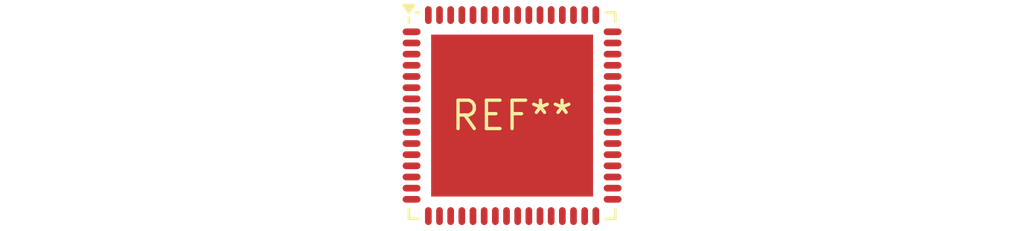
<source format=kicad_pcb>
(kicad_pcb (version 20240108) (generator pcbnew)
  (layers (0 "F.Cu" signal) (31 "B.Cu" signal) (34 "B.Paste" user) (35 "F.Paste" user) (36 "B.SilkS" user "B.Silkscreen") (37 "F.SilkS" user "F.Silkscreen") (38 "B.Mask" user) (39 "F.Mask" user) (44 "Edge.Cuts" user))
  (net 0 "")
  (footprint "QFN-64-1EP_9x9mm_P0.5mm_EP7.25x7.25mm" (layer "F.Cu") (at 0 0)
    (property "Reference" "REF**")
    (property "Value" "QFN-64-1EP_9x9mm_P0.5mm_EP7.25x7.25mm")
    (fp_line (start -4.62 -4.16) (end -4.62 -4.38) (layer "F.SilkS") (stroke (width 0.12)))
    (fp_line (start -4.62 4.62) (end -4.62 4.2) (layer "F.SilkS") (stroke (width 0.12)))
    (fp_line (start -4.62 4.62) (end -4.2 4.62) (layer "F.SilkS") (stroke (width 0.12)))
    (fp_line (start -4.16 -4.62) (end -4.32 -4.62) (layer "F.SilkS") (stroke (width 0.12)))
    (fp_line (start 4.62 -4.62) (end 4.2 -4.62) (layer "F.SilkS") (stroke (width 0.12)))
    (fp_line (start 4.62 -4.62) (end 4.62 -4.2) (layer "F.SilkS") (stroke (width 0.12)))
    (fp_line (start 4.62 4.62) (end 4.2 4.62) (layer "F.SilkS") (stroke (width 0.12)))
    (fp_line (start 4.62 4.62) (end 4.62 4.2) (layer "F.SilkS") (stroke (width 0.12)))
    (fp_poly (pts (xy -4.62 -4.62) (xy -4.86 -4.95) (xy -4.38 -4.95) (xy -4.62 -4.62)) (layer "F.SilkS") (stroke (width 0.12)) (fill solid))
    (pad "1" smd oval (at -4.5 -3.75) (size 0.8 0.3) (layers "F.Cu" "F.Paste" "F.Mask"))
    (pad "2" smd oval (at -4.5 -3.25) (size 0.8 0.3) (layers "F.Cu" "F.Paste" "F.Mask"))
    (pad "3" smd oval (at -4.5 -2.75) (size 0.8 0.3) (layers "F.Cu" "F.Paste" "F.Mask"))
    (pad "4" smd oval (at -4.5 -2.25) (size 0.8 0.3) (layers "F.Cu" "F.Paste" "F.Mask"))
    (pad "5" smd oval (at -4.5 -1.75) (size 0.8 0.3) (layers "F.Cu" "F.Paste" "F.Mask"))
    (pad "6" smd oval (at -4.5 -1.25) (size 0.8 0.3) (layers "F.Cu" "F.Paste" "F.Mask"))
    (pad "7" smd oval (at -4.5 -0.75) (size 0.8 0.3) (layers "F.Cu" "F.Paste" "F.Mask"))
    (pad "8" smd oval (at -4.5 -0.25) (size 0.8 0.3) (layers "F.Cu" "F.Paste" "F.Mask"))
    (pad "9" smd oval (at -4.5 0.25) (size 0.8 0.3) (layers "F.Cu" "F.Paste" "F.Mask"))
    (pad "10" smd oval (at -4.5 0.75) (size 0.8 0.3) (layers "F.Cu" "F.Paste" "F.Mask"))
    (pad "11" smd oval (at -4.5 1.25) (size 0.8 0.3) (layers "F.Cu" "F.Paste" "F.Mask"))
    (pad "12" smd oval (at -4.5 1.75) (size 0.8 0.3) (layers "F.Cu" "F.Paste" "F.Mask"))
    (pad "13" smd oval (at -4.5 2.25) (size 0.8 0.3) (layers "F.Cu" "F.Paste" "F.Mask"))
    (pad "14" smd oval (at -4.5 2.75) (size 0.8 0.3) (layers "F.Cu" "F.Paste" "F.Mask"))
    (pad "15" smd oval (at -4.5 3.25) (size 0.8 0.3) (layers "F.Cu" "F.Paste" "F.Mask"))
    (pad "16" smd oval (at -4.5 3.75) (size 0.8 0.3) (layers "F.Cu" "F.Paste" "F.Mask"))
    (pad "17" smd oval (at -3.75 4.5 90) (size 0.8 0.3) (layers "F.Cu" "F.Paste" "F.Mask"))
    (pad "18" smd oval (at -3.25 4.5 90) (size 0.8 0.3) (layers "F.Cu" "F.Paste" "F.Mask"))
    (pad "19" smd oval (at -2.75 4.5 90) (size 0.8 0.3) (layers "F.Cu" "F.Paste" "F.Mask"))
    (pad "20" smd oval (at -2.25 4.5 90) (size 0.8 0.3) (layers "F.Cu" "F.Paste" "F.Mask"))
    (pad "21" smd oval (at -1.75 4.5 90) (size 0.8 0.3) (layers "F.Cu" "F.Paste" "F.Mask"))
    (pad "22" smd oval (at -1.25 4.5 90) (size 0.8 0.3) (layers "F.Cu" "F.Paste" "F.Mask"))
    (pad "23" smd oval (at -0.75 4.5 90) (size 0.8 0.3) (layers "F.Cu" "F.Paste" "F.Mask"))
    (pad "24" smd oval (at -0.25 4.5 90) (size 0.8 0.3) (layers "F.Cu" "F.Paste" "F.Mask"))
    (pad "25" smd oval (at 0.25 4.5 90) (size 0.8 0.3) (layers "F.Cu" "F.Paste" "F.Mask"))
    (pad "26" smd oval (at 0.75 4.5 90) (size 0.8 0.3) (layers "F.Cu" "F.Paste" "F.Mask"))
    (pad "27" smd oval (at 1.25 4.5 90) (size 0.8 0.3) (layers "F.Cu" "F.Paste" "F.Mask"))
    (pad "28" smd oval (at 1.75 4.5 90) (size 0.8 0.3) (layers "F.Cu" "F.Paste" "F.Mask"))
    (pad "29" smd oval (at 2.25 4.5 90) (size 0.8 0.3) (layers "F.Cu" "F.Paste" "F.Mask"))
    (pad "30" smd oval (at 2.75 4.5 90) (size 0.8 0.3) (layers "F.Cu" "F.Paste" "F.Mask"))
    (pad "31" smd oval (at 3.25 4.5 90) (size 0.8 0.3) (layers "F.Cu" "F.Paste" "F.Mask"))
    (pad "32" smd oval (at 3.75 4.5 90) (size 0.8 0.3) (layers "F.Cu" "F.Paste" "F.Mask"))
    (pad "33" smd oval (at 4.5 3.75) (size 0.8 0.3) (layers "F.Cu" "F.Paste" "F.Mask"))
    (pad "34" smd oval (at 4.5 3.25) (size 0.8 0.3) (layers "F.Cu" "F.Paste" "F.Mask"))
    (pad "35" smd oval (at 4.5 2.75) (size 0.8 0.3) (layers "F.Cu" "F.Paste" "F.Mask"))
    (pad "36" smd oval (at 4.5 2.25) (size 0.8 0.3) (layers "F.Cu" "F.Paste" "F.Mask"))
    (pad "37" smd oval (at 4.5 1.75) (size 0.8 0.3) (layers "F.Cu" "F.Paste" "F.Mask"))
    (pad "38" smd oval (at 4.5 1.25) (size 0.8 0.3) (layers "F.Cu" "F.Paste" "F.Mask"))
    (pad "39" smd oval (at 4.5 0.75) (size 0.8 0.3) (layers "F.Cu" "F.Paste" "F.Mask"))
    (pad "40" smd oval (at 4.5 0.25) (size 0.8 0.3) (layers "F.Cu" "F.Paste" "F.Mask"))
    (pad "41" smd oval (at 4.5 -0.25) (size 0.8 0.3) (layers "F.Cu" "F.Paste" "F.Mask"))
    (pad "42" smd oval (at 4.5 -0.75) (size 0.8 0.3) (layers "F.Cu" "F.Paste" "F.Mask"))
    (pad "43" smd oval (at 4.5 -1.25) (size 0.8 0.3) (layers "F.Cu" "F.Paste" "F.Mask"))
    (pad "44" smd oval (at 4.5 -1.75) (size 0.8 0.3) (layers "F.Cu" "F.Paste" "F.Mask"))
    (pad "45" smd oval (at 4.5 -2.25) (size 0.8 0.3) (layers "F.Cu" "F.Paste" "F.Mask"))
    (pad "46" smd oval (at 4.5 -2.75) (size 0.8 0.3) (layers "F.Cu" "F.Paste" "F.Mask"))
    (pad "47" smd oval (at 4.5 -3.25) (size 0.8 0.3) (layers "F.Cu" "F.Paste" "F.Mask"))
    (pad "48" smd oval (at 4.5 -3.75) (size 0.8 0.3) (layers "F.Cu" "F.Paste" "F.Mask"))
    (pad "49" smd oval (at 3.75 -4.5 90) (size 0.8 0.3) (layers "F.Cu" "F.Paste" "F.Mask"))
    (pad "50" smd oval (at 3.25 -4.5 90) (size 0.8 0.3) (layers "F.Cu" "F.Paste" "F.Mask"))
    (pad "51" smd oval (at 2.75 -4.5 90) (size 0.8 0.3) (layers "F.Cu" "F.Paste" "F.Mask"))
    (pad "52" smd oval (at 2.25 -4.5 90) (size 0.8 0.3) (layers "F.Cu" "F.Paste" "F.Mask"))
    (pad "53" smd oval (at 1.75 -4.5 90) (size 0.8 0.3) (layers "F.Cu" "F.Paste" "F.Mask"))
    (pad "54" smd oval (at 1.25 -4.5 90) (size 0.8 0.3) (layers "F.Cu" "F.Paste" "F.Mask"))
    (pad "55" smd oval (at 0.75 -4.5 90) (size 0.8 0.3) (layers "F.Cu" "F.Paste" "F.Mask"))
    (pad "56" smd oval (at 0.25 -4.5 90) (size 0.8 0.3) (layers "F.Cu" "F.Paste" "F.Mask"))
    (pad "57" smd oval (at -0.25 -4.5 90) (size 0.8 0.3) (layers "F.Cu" "F.Paste" "F.Mask"))
    (pad "58" smd oval (at -0.75 -4.5 90) (size 0.8 0.3) (layers "F.Cu" "F.Paste" "F.Mask"))
    (pad "59" smd oval (at -1.25 -4.5 90) (size 0.8 0.3) (layers "F.Cu" "F.Paste" "F.Mask"))
    (pad "60" smd oval (at -1.75 -4.5 90) (size 0.8 0.3) (layers "F.Cu" "F.Paste" "F.Mask"))
    (pad "61" smd oval (at -2.25 -4.5 90) (size 0.8 0.3) (layers "F.Cu" "F.Paste" "F.Mask"))
    (pad "62" smd oval (at -2.75 -4.5 90) (size 0.8 0.3) (layers "F.Cu" "F.Paste" "F.Mask"))
    (pad "63" smd oval (at -3.25 -4.5 90) (size 0.8 0.3) (layers "F.Cu" "F.Paste" "F.Mask"))
    (pad "64" smd oval (at -3.75 -4.5 90) (size 0.8 0.3) (layers "F.Cu" "F.Paste" "F.Mask"))
    (pad "65" smd rect (at 0 0) (size 7.25 7.25) (layers "F.Cu" "F.Mask"))
  )
)
</source>
